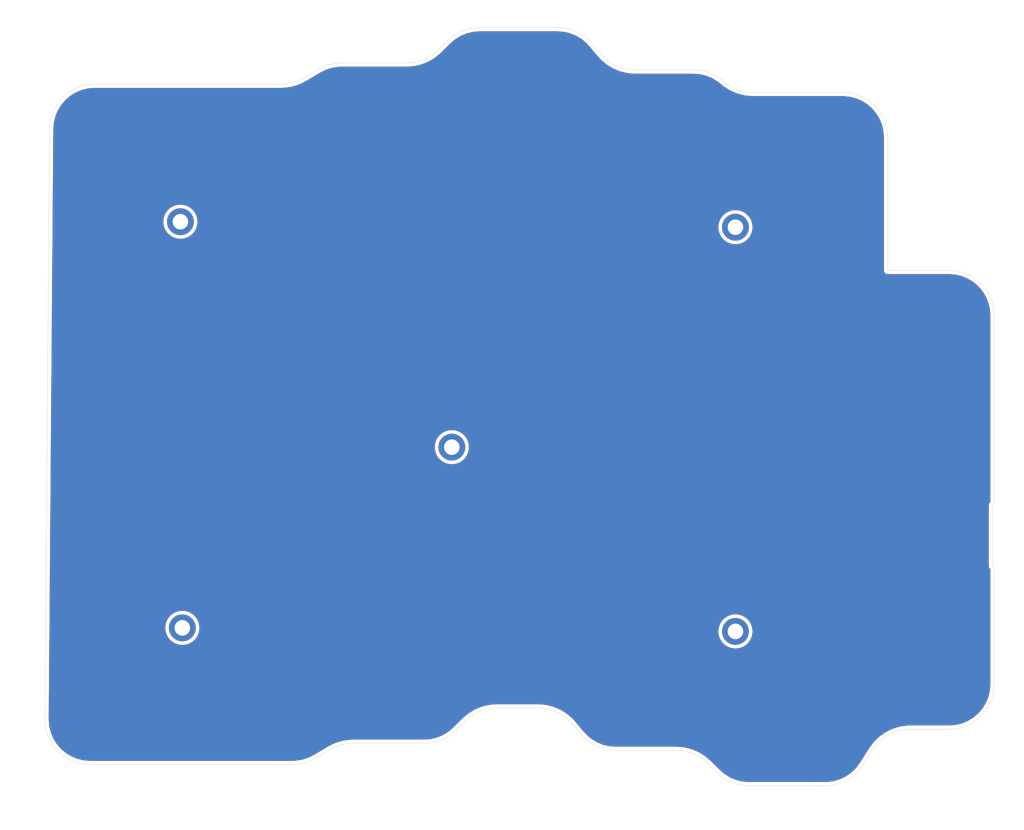
<source format=kicad_pcb>
(kicad_pcb (version 20171130) (host pcbnew "(5.1.4)-1")

  (general
    (thickness 1.6)
    (drawings 50)
    (tracks 0)
    (zones 0)
    (modules 5)
    (nets 1)
  )

  (page A4)
  (layers
    (0 F.Cu signal)
    (31 B.Cu signal)
    (32 B.Adhes user)
    (33 F.Adhes user)
    (34 B.Paste user)
    (35 F.Paste user)
    (36 B.SilkS user)
    (37 F.SilkS user)
    (38 B.Mask user)
    (39 F.Mask user)
    (40 Dwgs.User user)
    (41 Cmts.User user)
    (42 Eco1.User user)
    (43 Eco2.User user)
    (44 Edge.Cuts user)
    (45 Margin user)
    (46 B.CrtYd user)
    (47 F.CrtYd user)
    (48 B.Fab user)
    (49 F.Fab user)
  )

  (setup
    (last_trace_width 0.25)
    (trace_clearance 0.2)
    (zone_clearance 0.508)
    (zone_45_only no)
    (trace_min 0.2)
    (via_size 0.8)
    (via_drill 0.4)
    (via_min_size 0.4)
    (via_min_drill 0.3)
    (uvia_size 0.3)
    (uvia_drill 0.1)
    (uvias_allowed no)
    (uvia_min_size 0.2)
    (uvia_min_drill 0.1)
    (edge_width 0.05)
    (segment_width 0.2)
    (pcb_text_width 0.3)
    (pcb_text_size 1.5 1.5)
    (mod_edge_width 0.12)
    (mod_text_size 1 1)
    (mod_text_width 0.15)
    (pad_size 1.524 1.524)
    (pad_drill 0.762)
    (pad_to_mask_clearance 0.051)
    (solder_mask_min_width 0.25)
    (aux_axis_origin 0 0)
    (visible_elements 7FFFFFFF)
    (pcbplotparams
      (layerselection 0x010fc_ffffffff)
      (usegerberextensions false)
      (usegerberattributes false)
      (usegerberadvancedattributes false)
      (creategerberjobfile false)
      (excludeedgelayer true)
      (linewidth 0.100000)
      (plotframeref false)
      (viasonmask false)
      (mode 1)
      (useauxorigin false)
      (hpglpennumber 1)
      (hpglpenspeed 20)
      (hpglpendiameter 15.000000)
      (psnegative false)
      (psa4output false)
      (plotreference true)
      (plotvalue true)
      (plotinvisibletext false)
      (padsonsilk false)
      (subtractmaskfromsilk false)
      (outputformat 1)
      (mirror false)
      (drillshape 0)
      (scaleselection 1)
      (outputdirectory "gerber/"))
  )

  (net 0 "")

  (net_class Default "This is the default net class."
    (clearance 0.2)
    (trace_width 0.25)
    (via_dia 0.8)
    (via_drill 0.4)
    (uvia_dia 0.3)
    (uvia_drill 0.1)
  )

  (module MountingHole:MountingHole_2.2mm_M2_DIN965_Pad (layer F.Cu) (tedit 56D1B4CB) (tstamp 61521C54)
    (at 87.725 10.025)
    (descr "Mounting Hole 2.2mm, M2, DIN965")
    (tags "mounting hole 2.2mm m2 din965")
    (attr virtual)
    (fp_text reference REF** (at 0 -2.9) (layer F.SilkS) hide
      (effects (font (size 1 1) (thickness 0.15)))
    )
    (fp_text value MountingHole_2.2mm_M2_DIN965_Pad (at 0 2.9) (layer F.Fab)
      (effects (font (size 1 1) (thickness 0.15)))
    )
    (fp_text user %R (at 0.3 0) (layer F.Fab)
      (effects (font (size 1 1) (thickness 0.15)))
    )
    (fp_circle (center 0 0) (end 1.9 0) (layer Cmts.User) (width 0.15))
    (fp_circle (center 0 0) (end 2.15 0) (layer F.CrtYd) (width 0.05))
    (pad 1 thru_hole circle (at 0 0) (size 3.8 3.8) (drill 2.2) (layers *.Cu *.Mask))
  )

  (module MountingHole:MountingHole_2.2mm_M2_DIN965_Pad (layer F.Cu) (tedit 56D1B4CB) (tstamp 61521CD3)
    (at 87.725 67.175)
    (descr "Mounting Hole 2.2mm, M2, DIN965")
    (tags "mounting hole 2.2mm m2 din965")
    (attr virtual)
    (fp_text reference REF** (at 0 -2.9) (layer F.SilkS) hide
      (effects (font (size 1 1) (thickness 0.15)))
    )
    (fp_text value MountingHole_2.2mm_M2_DIN965_Pad (at 0 2.9) (layer F.Fab)
      (effects (font (size 1 1) (thickness 0.15)))
    )
    (fp_text user %R (at 0.3 0) (layer F.Fab)
      (effects (font (size 1 1) (thickness 0.15)))
    )
    (fp_circle (center 0 0) (end 1.9 0) (layer Cmts.User) (width 0.15))
    (fp_circle (center 0 0) (end 2.15 0) (layer F.CrtYd) (width 0.05))
    (pad 1 thru_hole circle (at 0 0) (size 3.8 3.8) (drill 2.2) (layers *.Cu *.Mask))
  )

  (module MountingHole:MountingHole_2.2mm_M2_DIN965_Pad (layer F.Cu) (tedit 56D1B4CB) (tstamp 61521C54)
    (at 9.525 66.675)
    (descr "Mounting Hole 2.2mm, M2, DIN965")
    (tags "mounting hole 2.2mm m2 din965")
    (attr virtual)
    (fp_text reference REF** (at 0 -2.9) (layer F.SilkS) hide
      (effects (font (size 1 1) (thickness 0.15)))
    )
    (fp_text value MountingHole_2.2mm_M2_DIN965_Pad (at 0 2.9) (layer F.Fab)
      (effects (font (size 1 1) (thickness 0.15)))
    )
    (fp_text user %R (at 0.3 0) (layer F.Fab)
      (effects (font (size 1 1) (thickness 0.15)))
    )
    (fp_circle (center 0 0) (end 1.9 0) (layer Cmts.User) (width 0.15))
    (fp_circle (center 0 0) (end 2.15 0) (layer F.CrtYd) (width 0.05))
    (pad 1 thru_hole circle (at 0 0) (size 3.8 3.8) (drill 2.2) (layers *.Cu *.Mask))
  )

  (module MountingHole:MountingHole_2.2mm_M2_DIN965_Pad (layer F.Cu) (tedit 56D1B4CB) (tstamp 61521C54)
    (at 47.625 41.125)
    (descr "Mounting Hole 2.2mm, M2, DIN965")
    (tags "mounting hole 2.2mm m2 din965")
    (attr virtual)
    (fp_text reference REF** (at 0 -2.9) (layer F.SilkS) hide
      (effects (font (size 1 1) (thickness 0.15)))
    )
    (fp_text value MountingHole_2.2mm_M2_DIN965_Pad (at 0 2.9) (layer F.Fab)
      (effects (font (size 1 1) (thickness 0.15)))
    )
    (fp_text user %R (at 0.3 0) (layer F.Fab) hide
      (effects (font (size 1 1) (thickness 0.15)))
    )
    (fp_circle (center 0 0) (end 1.9 0) (layer Cmts.User) (width 0.15))
    (fp_circle (center 0 0) (end 2.15 0) (layer F.CrtYd) (width 0.05))
    (pad 1 thru_hole circle (at 0 0) (size 3.8 3.8) (drill 2.2) (layers *.Cu *.Mask))
  )

  (module MountingHole:MountingHole_2.2mm_M2_DIN965_Pad (layer F.Cu) (tedit 56D1B4CB) (tstamp 61521C43)
    (at 9.25 9.25)
    (descr "Mounting Hole 2.2mm, M2, DIN965")
    (tags "mounting hole 2.2mm m2 din965")
    (attr virtual)
    (fp_text reference REF** (at 0 -2.9) (layer F.SilkS) hide
      (effects (font (size 1 1) (thickness 0.15)))
    )
    (fp_text value MountingHole_2.2mm_M2_DIN965_Pad (at 0 2.9) (layer F.Fab)
      (effects (font (size 1 1) (thickness 0.15)))
    )
    (fp_circle (center 0 0) (end 2.15 0) (layer F.CrtYd) (width 0.05))
    (fp_circle (center 0 0) (end 1.9 0) (layer Cmts.User) (width 0.15))
    (fp_text user %R (at 0.3 0) (layer F.Fab)
      (effects (font (size 1 1) (thickness 0.15)))
    )
    (pad 1 thru_hole circle (at 0 0) (size 3.8 3.8) (drill 2.2) (layers *.Cu *.Mask))
  )

  (gr_line (start 23.482231 -10.2) (end -2.895436 -10.2) (layer Edge.Cuts) (width 0.05))
  (gr_arc (start 23.482231 -16.549999) (end 23.482231 -10.2) (angle -30.71282772) (layer Edge.Cuts) (width 0.05))
  (gr_line (start 28.776832 -12.309335) (end 26.725401 -11.090664) (layer Edge.Cuts) (width 0.05))
  (gr_arc (start 32.020002 -6.85) (end 32.020002 -13.2) (angle -30.71282772) (layer Edge.Cuts) (width 0.05))
  (gr_line (start 41.254324 -13.2) (end 32.020002 -13.2) (layer Edge.Cuts) (width 0.05))
  (gr_arc (start 41.254324 -19.549999) (end 41.254324 -13.2) (angle -44.71494872) (layer Edge.Cuts) (width 0.05))
  (gr_line (start 47.060128 -16.362411) (end 45.722058 -15.037588) (layer Edge.Cuts) (width 0.05))
  (gr_arc (start 51.527862 -11.849999) (end 51.527862 -18.2) (angle -44.71494872) (layer Edge.Cuts) (width 0.05))
  (gr_line (start 62.590936 -18.2) (end 51.527862 -18.2) (layer Edge.Cuts) (width 0.05))
  (gr_arc (start 62.590936 -11.849999) (end 67.449172 -15.939015) (angle -49.91379876) (layer Edge.Cuts) (width 0.05))
  (gr_line (start 68.69318 -14.460984) (end 67.449172 -15.939015) (layer Edge.Cuts) (width 0.05))
  (gr_arc (start 73.551416 -18.55) (end 68.69318 -14.460984) (angle -49.91379876) (layer Edge.Cuts) (width 0.05))
  (gr_line (start 81.822137 -12.2) (end 73.551416 -12.2) (layer Edge.Cuts) (width 0.05))
  (gr_arc (start 81.822137 -5.849999) (end 86.015119 -10.618794) (angle -41.32368412) (layer Edge.Cuts) (width 0.05))
  (gr_arc (start 90.208101 -15.387588) (end 86.015119 -10.618794) (angle -41.32368412) (layer Edge.Cuts) (width 0.05))
  (gr_line (start 102.9 -9.037588) (end 90.208101 -9.037588) (layer Edge.Cuts) (width 0.05))
  (gr_arc (start 102.9 -2.687588) (end 109.25 -2.687588) (angle -90) (layer Edge.Cuts) (width 0.05))
  (gr_line (start 109.25 16.131214) (end 109.25 -2.687588) (layer Edge.Cuts) (width 0.05))
  (gr_line (start 117.95 16.131214) (end 109.25 16.131214) (layer Edge.Cuts) (width 0.05))
  (gr_arc (start 117.95 22.481214) (end 124.3 22.481214) (angle -90) (layer Edge.Cuts) (width 0.05))
  (gr_line (start 124.3 49.232858) (end 124.3 22.481214) (layer Edge.Cuts) (width 0.05))
  (gr_arc (start 120.95 43.838417) (end 124.066603 49.370983) (angle -2.447262558) (layer Edge.Cuts) (width 0.05))
  (gr_line (start 124.066603 57.922503) (end 124.066603 49.370983) (layer Edge.Cuts) (width 0.05))
  (gr_arc (start 120.95 63.455069) (end 124.3 58.060627) (angle -2.447262558) (layer Edge.Cuts) (width 0.05))
  (gr_line (start 124.3 74.65) (end 124.3 58.060627) (layer Edge.Cuts) (width 0.05))
  (gr_arc (start 117.95 74.65) (end 117.95 81) (angle -90) (layer Edge.Cuts) (width 0.05))
  (gr_line (start 112.45486 81) (end 117.95 81) (layer Edge.Cuts) (width 0.05))
  (gr_arc (start 112.45486 87.35) (end 112.45486 81) (angle -57.7378307) (layer Edge.Cuts) (width 0.05))
  (gr_line (start 105.772723 86.039592) (end 107.085208 83.960407) (layer Edge.Cuts) (width 0.05))
  (gr_arc (start 100.403071 82.649999) (end 100.403071 89) (angle -57.7378307) (layer Edge.Cuts) (width 0.05))
  (gr_line (start 89.627862 89) (end 100.403071 89) (layer Edge.Cuts) (width 0.05))
  (gr_arc (start 89.627862 82.65) (end 85.160128 87.162411) (angle -44.71494872) (layer Edge.Cuts) (width 0.05))
  (gr_line (start 83.822058 85.837588) (end 85.160128 87.162411) (layer Edge.Cuts) (width 0.05))
  (gr_arc (start 79.354324 90.35) (end 83.822058 85.837588) (angle -44.71494872) (layer Edge.Cuts) (width 0.05))
  (gr_line (start 70.759063 84) (end 79.354324 84) (layer Edge.Cuts) (width 0.05))
  (gr_arc (start 70.759063 77.65) (end 65.900827 81.739015) (angle -49.91379876) (layer Edge.Cuts) (width 0.05))
  (gr_line (start 64.656819 80.260984) (end 65.900827 81.739015) (layer Edge.Cuts) (width 0.05))
  (gr_arc (start 59.798583 84.35) (end 64.656819 80.260984) (angle -49.91379876) (layer Edge.Cuts) (width 0.05))
  (gr_line (start 53.995675 78) (end 59.798583 78) (layer Edge.Cuts) (width 0.05))
  (gr_arc (start 53.995675 84.35) (end 53.995675 78) (angle -44.71494872) (layer Edge.Cuts) (width 0.05))
  (gr_line (start 48.189871 81.162411) (end 49.527941 79.837588) (layer Edge.Cuts) (width 0.05))
  (gr_arc (start 43.722137 76.649999) (end 43.722137 83) (angle -44.71494872) (layer Edge.Cuts) (width 0.05))
  (gr_line (start 33.667768 83) (end 43.722137 83) (layer Edge.Cuts) (width 0.05))
  (gr_arc (start 33.667768 89.35) (end 33.667768 83) (angle -30.71282772) (layer Edge.Cuts) (width 0.05))
  (gr_line (start 28.373167 85.109335) (end 30.424598 83.890664) (layer Edge.Cuts) (width 0.05))
  (gr_arc (start 25.129997 79.649999) (end 25.129997 86) (angle -30.71282772) (layer Edge.Cuts) (width 0.05))
  (gr_line (start -3.545296 86) (end 25.129997 86) (layer Edge.Cuts) (width 0.05))
  (gr_arc (start -3.545296 79.65) (end -9.895104 79.600581) (angle -90.44590992) (layer Edge.Cuts) (width 0.05))
  (gr_line (start -9.245244 -3.899418) (end -9.895104 79.600581) (layer Edge.Cuts) (width 0.05))
  (gr_arc (start -2.895436 -3.85) (end -2.895436 -10.2) (angle -89.55409008) (layer Edge.Cuts) (width 0.05))

  (zone (net 0) (net_name "") (layer F.Cu) (tstamp 0) (hatch edge 0.508)
    (connect_pads (clearance 0.508))
    (min_thickness 0.254)
    (fill yes (arc_segments 32) (thermal_gap 0.508) (thermal_bridge_width 0.508))
    (polygon
      (pts
        (xy -15.494 -22.098) (xy 128.524 -22.098) (xy 128.524 94.996) (xy -16.256 94.996)
      )
    )
    (filled_polygon
      (pts
        (xy 63.480726 -17.467932) (xy 64.348608 -17.259572) (xy 65.173218 -16.918008) (xy 65.934231 -16.451658) (xy 66.621924 -15.864313)
        (xy 66.953349 -15.503172) (xy 68.209105 -14.011181) (xy 68.219251 -14.001284) (xy 68.575021 -13.613615) (xy 68.604332 -13.586323)
        (xy 68.632652 -13.558003) (xy 69.390344 -12.910873) (xy 69.474132 -12.849998) (xy 69.474136 -12.849996) (xy 70.323728 -12.329365)
        (xy 70.416006 -12.282346) (xy 71.336589 -11.901029) (xy 71.403082 -11.879425) (xy 71.435085 -11.869026) (xy 72.403984 -11.636414)
        (xy 72.506275 -11.620213) (xy 73.493219 -11.542539) (xy 73.518997 -11.54) (xy 81.796197 -11.54) (xy 82.711927 -11.467931)
        (xy 83.579809 -11.259571) (xy 84.404414 -10.918009) (xy 85.174506 -10.446097) (xy 85.602802 -10.103435) (xy 86.063348 -9.734971)
        (xy 86.097448 -9.71183) (xy 86.130816 -9.687587) (xy 86.980412 -9.166954) (xy 87.072691 -9.119936) (xy 87.072698 -9.119934)
        (xy 87.993272 -8.738619) (xy 88.091769 -8.706615) (xy 89.060668 -8.474003) (xy 89.162959 -8.457802) (xy 90.149858 -8.380131)
        (xy 90.175682 -8.377588) (xy 102.874074 -8.377588) (xy 103.789791 -8.30552) (xy 104.657678 -8.097158) (xy 105.482275 -7.755599)
        (xy 106.243299 -7.289243) (xy 106.921994 -6.709582) (xy 107.501655 -6.030887) (xy 107.968009 -5.269868) (xy 108.30957 -4.445266)
        (xy 108.517931 -3.577381) (xy 108.590001 -2.661649) (xy 108.59 16.098795) (xy 108.586807 16.131214) (xy 108.59955 16.260597)
        (xy 108.63729 16.385007) (xy 108.698575 16.499664) (xy 108.747968 16.559849) (xy 108.781052 16.600162) (xy 108.88155 16.682639)
        (xy 108.996207 16.743924) (xy 109.120617 16.781664) (xy 109.25 16.794407) (xy 109.282419 16.791214) (xy 117.924074 16.791214)
        (xy 118.839791 16.863282) (xy 119.707678 17.071644) (xy 120.532275 17.413203) (xy 121.293299 17.879559) (xy 121.971994 18.45922)
        (xy 122.551655 19.137915) (xy 123.018009 19.898934) (xy 123.35957 20.723536) (xy 123.567931 21.591421) (xy 123.640001 22.507153)
        (xy 123.64 48.867284) (xy 123.597656 48.902035) (xy 123.515179 49.002533) (xy 123.453894 49.11719) (xy 123.416154 49.2416)
        (xy 123.406604 49.338564) (xy 123.406603 57.954921) (xy 123.416153 58.051885) (xy 123.453893 58.176295) (xy 123.515178 58.290952)
        (xy 123.597655 58.391451) (xy 123.640001 58.426204) (xy 123.64 74.624074) (xy 123.567931 75.539793) (xy 123.35957 76.407678)
        (xy 123.018009 77.23228) (xy 122.551655 77.993299) (xy 121.971994 78.671994) (xy 121.293299 79.251655) (xy 120.532275 79.718011)
        (xy 119.707678 80.05957) (xy 118.839791 80.267932) (xy 117.924074 80.34) (xy 112.422441 80.34) (xy 112.411714 80.341057)
        (xy 112.019371 80.353859) (xy 111.98292 80.357928) (xy 111.94633 80.360318) (xy 110.960181 80.503088) (xy 110.859164 80.525923)
        (xy 109.907489 80.821204) (xy 109.838157 80.848848) (xy 109.811288 80.859561) (xy 108.917523 81.300082) (xy 108.869658 81.328545)
        (xy 108.828507 81.353015) (xy 108.014667 81.927922) (xy 108.014658 81.927927) (xy 107.935018 81.994135) (xy 107.221125 82.689283)
        (xy 107.152822 82.767134) (xy 106.560335 83.560219) (xy 106.544407 83.580689) (xy 105.228457 85.665365) (xy 104.678712 86.401236)
        (xy 104.039245 87.023914) (xy 103.310249 87.538886) (xy 102.509666 87.933478) (xy 101.657209 88.197974) (xy 100.758812 88.328041)
        (xy 100.392303 88.34) (xy 89.653788 88.34) (xy 88.738069 88.267931) (xy 87.870184 88.05957) (xy 87.045582 87.718009)
        (xy 86.283856 87.251221) (xy 85.606642 86.675733) (xy 84.263383 85.345773) (xy 84.243907 85.329951) (xy 83.514147 84.709809)
        (xy 83.472976 84.680053) (xy 83.43161 84.649999) (xy 82.582013 84.129365) (xy 82.489734 84.082347) (xy 82.489727 84.082345)
        (xy 81.569153 83.70103) (xy 81.470656 83.669026) (xy 81.470653 83.669026) (xy 80.501757 83.436414) (xy 80.399466 83.420213)
        (xy 79.412517 83.342538) (xy 79.386743 83.34) (xy 70.784989 83.34) (xy 69.86927 83.267931) (xy 69.001385 83.05957)
        (xy 68.176783 82.718009) (xy 67.415764 82.251655) (xy 66.728072 81.66431) (xy 66.39666 81.303183) (xy 65.140893 79.811182)
        (xy 65.130756 79.801293) (xy 64.774978 79.413615) (xy 64.745672 79.386329) (xy 64.717347 79.358003) (xy 63.959655 78.710873)
        (xy 63.875868 78.649999) (xy 63.026271 78.129365) (xy 62.933993 78.082347) (xy 62.013411 77.701029) (xy 61.914913 77.669026)
        (xy 60.946015 77.436414) (xy 60.843724 77.420213) (xy 59.85678 77.342539) (xy 59.831002 77.34) (xy 53.963256 77.34)
        (xy 53.938262 77.342462) (xy 52.983385 77.415223) (xy 52.933223 77.42304) (xy 52.882651 77.430792) (xy 51.912608 77.658581)
        (xy 51.881095 77.668647) (xy 51.813953 77.690094) (xy 50.891485 78.066826) (xy 50.798974 78.113385) (xy 49.946797 78.629786)
        (xy 49.911627 78.655073) (xy 49.862709 78.690243) (xy 49.106784 79.329388) (xy 49.086615 79.345773) (xy 47.74394 80.675156)
        (xy 47.042506 81.268229) (xy 46.279171 81.730794) (xy 45.452882 82.068248) (xy 44.583163 82.272478) (xy 43.697031 82.34)
        (xy 33.635349 82.34) (xy 33.624698 82.341049) (xy 33.235188 82.353674) (xy 33.1988 82.357728) (xy 33.162288 82.360097)
        (xy 32.176077 82.502437) (xy 32.075049 82.525228) (xy 31.123246 82.820094) (xy 31.036317 82.85471) (xy 31.027028 82.858409)
        (xy 30.138858 83.29569) (xy 30.115385 83.30668) (xy 28.058373 84.528666) (xy 27.234288 84.934396) (xy 26.381713 85.198521)
        (xy 25.483192 85.328205) (xy 25.119291 85.34) (xy -3.51937 85.34) (xy -4.435089 85.267931) (xy -5.302974 85.05957)
        (xy -6.127576 84.718009) (xy -6.888595 84.251655) (xy -7.56729 83.671994) (xy -8.146951 82.993299) (xy -8.613307 82.232275)
        (xy -8.954866 81.407678) (xy -9.163228 80.539791) (xy -9.235195 79.625354) (xy -9.235113 79.604252) (xy -9.132545 66.425324)
        (xy 6.99 66.425324) (xy 6.99 66.924676) (xy 7.087418 67.414432) (xy 7.278512 67.875773) (xy 7.555937 68.290968)
        (xy 7.909032 68.644063) (xy 8.324227 68.921488) (xy 8.785568 69.112582) (xy 9.275324 69.21) (xy 9.774676 69.21)
        (xy 10.264432 69.112582) (xy 10.725773 68.921488) (xy 11.140968 68.644063) (xy 11.494063 68.290968) (xy 11.771488 67.875773)
        (xy 11.962582 67.414432) (xy 12.059871 66.925324) (xy 85.19 66.925324) (xy 85.19 67.424676) (xy 85.287418 67.914432)
        (xy 85.478512 68.375773) (xy 85.755937 68.790968) (xy 86.109032 69.144063) (xy 86.524227 69.421488) (xy 86.985568 69.612582)
        (xy 87.475324 69.71) (xy 87.974676 69.71) (xy 88.464432 69.612582) (xy 88.925773 69.421488) (xy 89.340968 69.144063)
        (xy 89.694063 68.790968) (xy 89.971488 68.375773) (xy 90.162582 67.914432) (xy 90.26 67.424676) (xy 90.26 66.925324)
        (xy 90.162582 66.435568) (xy 89.971488 65.974227) (xy 89.694063 65.559032) (xy 89.340968 65.205937) (xy 88.925773 64.928512)
        (xy 88.464432 64.737418) (xy 87.974676 64.64) (xy 87.475324 64.64) (xy 86.985568 64.737418) (xy 86.524227 64.928512)
        (xy 86.109032 65.205937) (xy 85.755937 65.559032) (xy 85.478512 65.974227) (xy 85.287418 66.435568) (xy 85.19 66.925324)
        (xy 12.059871 66.925324) (xy 12.06 66.924676) (xy 12.06 66.425324) (xy 11.962582 65.935568) (xy 11.771488 65.474227)
        (xy 11.494063 65.059032) (xy 11.140968 64.705937) (xy 10.725773 64.428512) (xy 10.264432 64.237418) (xy 9.774676 64.14)
        (xy 9.275324 64.14) (xy 8.785568 64.237418) (xy 8.324227 64.428512) (xy 7.909032 64.705937) (xy 7.555937 65.059032)
        (xy 7.278512 65.474227) (xy 7.087418 65.935568) (xy 6.99 66.425324) (xy -9.132545 66.425324) (xy -8.933696 40.875324)
        (xy 45.09 40.875324) (xy 45.09 41.374676) (xy 45.187418 41.864432) (xy 45.378512 42.325773) (xy 45.655937 42.740968)
        (xy 46.009032 43.094063) (xy 46.424227 43.371488) (xy 46.885568 43.562582) (xy 47.375324 43.66) (xy 47.874676 43.66)
        (xy 48.364432 43.562582) (xy 48.825773 43.371488) (xy 49.240968 43.094063) (xy 49.594063 42.740968) (xy 49.871488 42.325773)
        (xy 50.062582 41.864432) (xy 50.16 41.374676) (xy 50.16 40.875324) (xy 50.062582 40.385568) (xy 49.871488 39.924227)
        (xy 49.594063 39.509032) (xy 49.240968 39.155937) (xy 48.825773 38.878512) (xy 48.364432 38.687418) (xy 47.874676 38.59)
        (xy 47.375324 38.59) (xy 46.885568 38.687418) (xy 46.424227 38.878512) (xy 46.009032 39.155937) (xy 45.655937 39.509032)
        (xy 45.378512 39.924227) (xy 45.187418 40.385568) (xy 45.09 40.875324) (xy -8.933696 40.875324) (xy -8.68562 9.000324)
        (xy 6.715 9.000324) (xy 6.715 9.499676) (xy 6.812418 9.989432) (xy 7.003512 10.450773) (xy 7.280937 10.865968)
        (xy 7.634032 11.219063) (xy 8.049227 11.496488) (xy 8.510568 11.687582) (xy 9.000324 11.785) (xy 9.499676 11.785)
        (xy 9.989432 11.687582) (xy 10.450773 11.496488) (xy 10.865968 11.219063) (xy 11.219063 10.865968) (xy 11.496488 10.450773)
        (xy 11.687582 9.989432) (xy 11.73017 9.775324) (xy 85.19 9.775324) (xy 85.19 10.274676) (xy 85.287418 10.764432)
        (xy 85.478512 11.225773) (xy 85.755937 11.640968) (xy 86.109032 11.994063) (xy 86.524227 12.271488) (xy 86.985568 12.462582)
        (xy 87.475324 12.56) (xy 87.974676 12.56) (xy 88.464432 12.462582) (xy 88.925773 12.271488) (xy 89.340968 11.994063)
        (xy 89.694063 11.640968) (xy 89.971488 11.225773) (xy 90.162582 10.764432) (xy 90.26 10.274676) (xy 90.26 9.775324)
        (xy 90.162582 9.285568) (xy 89.971488 8.824227) (xy 89.694063 8.409032) (xy 89.340968 8.055937) (xy 88.925773 7.778512)
        (xy 88.464432 7.587418) (xy 87.974676 7.49) (xy 87.475324 7.49) (xy 86.985568 7.587418) (xy 86.524227 7.778512)
        (xy 86.109032 8.055937) (xy 85.755937 8.409032) (xy 85.478512 8.824227) (xy 85.287418 9.285568) (xy 85.19 9.775324)
        (xy 11.73017 9.775324) (xy 11.785 9.499676) (xy 11.785 9.000324) (xy 11.687582 8.510568) (xy 11.496488 8.049227)
        (xy 11.219063 7.634032) (xy 10.865968 7.280937) (xy 10.450773 7.003512) (xy 9.989432 6.812418) (xy 9.499676 6.715)
        (xy 9.000324 6.715) (xy 8.510568 6.812418) (xy 8.049227 7.003512) (xy 7.634032 7.280937) (xy 7.280937 7.634032)
        (xy 7.003512 8.049227) (xy 6.812418 8.510568) (xy 6.715 9.000324) (xy -8.68562 9.000324) (xy -8.585466 -3.868354)
        (xy -8.506273 -4.783484) (xy -8.291163 -5.649726) (xy -7.943197 -6.47164) (xy -7.470932 -7.229012) (xy -6.886011 -7.903172)
        (xy -6.202818 -8.477538) (xy -5.438199 -8.93795) (xy -4.610957 -9.273087) (xy -3.740222 -9.474978) (xy -2.87079 -9.54)
        (xy 23.51465 -9.54) (xy 23.525301 -9.541049) (xy 23.914811 -9.553674) (xy 23.951198 -9.557728) (xy 23.987712 -9.560097)
        (xy 24.973922 -9.702438) (xy 25.07495 -9.725229) (xy 25.074954 -9.72523) (xy 26.026751 -10.020094) (xy 26.122969 -10.058409)
        (xy 27.011121 -10.495681) (xy 27.034614 -10.50668) (xy 29.091641 -11.728674) (xy 29.915711 -12.134396) (xy 30.768286 -12.398521)
        (xy 31.666806 -12.528205) (xy 32.030708 -12.54) (xy 41.286743 -12.54) (xy 41.311741 -12.542462) (xy 42.266614 -12.615223)
        (xy 42.316776 -12.62304) (xy 42.367347 -12.630792) (xy 43.337391 -12.858581) (xy 43.412162 -12.882466) (xy 43.436047 -12.890095)
        (xy 44.358513 -13.266828) (xy 44.451024 -13.313386) (xy 45.3032 -13.829786) (xy 45.387289 -13.890243) (xy 45.387295 -13.890249)
        (xy 46.143244 -14.529412) (xy 46.163383 -14.545773) (xy 47.506071 -15.875167) (xy 48.207499 -16.468233) (xy 48.970828 -16.930794)
        (xy 49.797115 -17.268247) (xy 50.666836 -17.472478) (xy 51.552968 -17.54) (xy 62.565009 -17.54)
      )
    )
  )
  (zone (net 0) (net_name "") (layer B.Cu) (tstamp 0) (hatch edge 0.508)
    (connect_pads (clearance 0.508))
    (min_thickness 0.254)
    (fill yes (arc_segments 32) (thermal_gap 0.508) (thermal_bridge_width 0.508))
    (polygon
      (pts
        (xy -15.494 -21.844) (xy 128.016 -21.844) (xy 128.016 95.25) (xy -16.002 95.25)
      )
    )
    (filled_polygon
      (pts
        (xy 63.480726 -17.467932) (xy 64.348608 -17.259572) (xy 65.173218 -16.918008) (xy 65.934231 -16.451658) (xy 66.621924 -15.864313)
        (xy 66.953349 -15.503172) (xy 68.209105 -14.011181) (xy 68.219251 -14.001284) (xy 68.575021 -13.613615) (xy 68.604332 -13.586323)
        (xy 68.632652 -13.558003) (xy 69.390344 -12.910873) (xy 69.474132 -12.849998) (xy 69.474136 -12.849996) (xy 70.323728 -12.329365)
        (xy 70.416006 -12.282346) (xy 71.336589 -11.901029) (xy 71.403082 -11.879425) (xy 71.435085 -11.869026) (xy 72.403984 -11.636414)
        (xy 72.506275 -11.620213) (xy 73.493219 -11.542539) (xy 73.518997 -11.54) (xy 81.796197 -11.54) (xy 82.711927 -11.467931)
        (xy 83.579809 -11.259571) (xy 84.404414 -10.918009) (xy 85.174506 -10.446097) (xy 85.602802 -10.103435) (xy 86.063348 -9.734971)
        (xy 86.097448 -9.71183) (xy 86.130816 -9.687587) (xy 86.980412 -9.166954) (xy 87.072691 -9.119936) (xy 87.072698 -9.119934)
        (xy 87.993272 -8.738619) (xy 88.091769 -8.706615) (xy 89.060668 -8.474003) (xy 89.162959 -8.457802) (xy 90.149858 -8.380131)
        (xy 90.175682 -8.377588) (xy 102.874074 -8.377588) (xy 103.789791 -8.30552) (xy 104.657678 -8.097158) (xy 105.482275 -7.755599)
        (xy 106.243299 -7.289243) (xy 106.921994 -6.709582) (xy 107.501655 -6.030887) (xy 107.968009 -5.269868) (xy 108.30957 -4.445266)
        (xy 108.517931 -3.577381) (xy 108.590001 -2.661649) (xy 108.59 16.098795) (xy 108.586807 16.131214) (xy 108.59955 16.260597)
        (xy 108.63729 16.385007) (xy 108.698575 16.499664) (xy 108.747968 16.559849) (xy 108.781052 16.600162) (xy 108.88155 16.682639)
        (xy 108.996207 16.743924) (xy 109.120617 16.781664) (xy 109.25 16.794407) (xy 109.282419 16.791214) (xy 117.924074 16.791214)
        (xy 118.839791 16.863282) (xy 119.707678 17.071644) (xy 120.532275 17.413203) (xy 121.293299 17.879559) (xy 121.971994 18.45922)
        (xy 122.551655 19.137915) (xy 123.018009 19.898934) (xy 123.35957 20.723536) (xy 123.567931 21.591421) (xy 123.640001 22.507153)
        (xy 123.64 48.867284) (xy 123.597656 48.902035) (xy 123.515179 49.002533) (xy 123.453894 49.11719) (xy 123.416154 49.2416)
        (xy 123.406604 49.338564) (xy 123.406603 57.954921) (xy 123.416153 58.051885) (xy 123.453893 58.176295) (xy 123.515178 58.290952)
        (xy 123.597655 58.391451) (xy 123.640001 58.426204) (xy 123.64 74.624074) (xy 123.567931 75.539793) (xy 123.35957 76.407678)
        (xy 123.018009 77.23228) (xy 122.551655 77.993299) (xy 121.971994 78.671994) (xy 121.293299 79.251655) (xy 120.532275 79.718011)
        (xy 119.707678 80.05957) (xy 118.839791 80.267932) (xy 117.924074 80.34) (xy 112.422441 80.34) (xy 112.411714 80.341057)
        (xy 112.019371 80.353859) (xy 111.98292 80.357928) (xy 111.94633 80.360318) (xy 110.960181 80.503088) (xy 110.859164 80.525923)
        (xy 109.907489 80.821204) (xy 109.838157 80.848848) (xy 109.811288 80.859561) (xy 108.917523 81.300082) (xy 108.869658 81.328545)
        (xy 108.828507 81.353015) (xy 108.014667 81.927922) (xy 108.014658 81.927927) (xy 107.935018 81.994135) (xy 107.221125 82.689283)
        (xy 107.152822 82.767134) (xy 106.560335 83.560219) (xy 106.544407 83.580689) (xy 105.228457 85.665365) (xy 104.678712 86.401236)
        (xy 104.039245 87.023914) (xy 103.310249 87.538886) (xy 102.509666 87.933478) (xy 101.657209 88.197974) (xy 100.758812 88.328041)
        (xy 100.392303 88.34) (xy 89.653788 88.34) (xy 88.738069 88.267931) (xy 87.870184 88.05957) (xy 87.045582 87.718009)
        (xy 86.283856 87.251221) (xy 85.606642 86.675733) (xy 84.263383 85.345773) (xy 84.243907 85.329951) (xy 83.514147 84.709809)
        (xy 83.472976 84.680053) (xy 83.43161 84.649999) (xy 82.582013 84.129365) (xy 82.489734 84.082347) (xy 82.489727 84.082345)
        (xy 81.569153 83.70103) (xy 81.470656 83.669026) (xy 81.470653 83.669026) (xy 80.501757 83.436414) (xy 80.399466 83.420213)
        (xy 79.412517 83.342538) (xy 79.386743 83.34) (xy 70.784989 83.34) (xy 69.86927 83.267931) (xy 69.001385 83.05957)
        (xy 68.176783 82.718009) (xy 67.415764 82.251655) (xy 66.728072 81.66431) (xy 66.39666 81.303183) (xy 65.140893 79.811182)
        (xy 65.130756 79.801293) (xy 64.774978 79.413615) (xy 64.745672 79.386329) (xy 64.717347 79.358003) (xy 63.959655 78.710873)
        (xy 63.875868 78.649999) (xy 63.026271 78.129365) (xy 62.933993 78.082347) (xy 62.013411 77.701029) (xy 61.914913 77.669026)
        (xy 60.946015 77.436414) (xy 60.843724 77.420213) (xy 59.85678 77.342539) (xy 59.831002 77.34) (xy 53.963256 77.34)
        (xy 53.938262 77.342462) (xy 52.983385 77.415223) (xy 52.933223 77.42304) (xy 52.882651 77.430792) (xy 51.912608 77.658581)
        (xy 51.881095 77.668647) (xy 51.813953 77.690094) (xy 50.891485 78.066826) (xy 50.798974 78.113385) (xy 49.946797 78.629786)
        (xy 49.911627 78.655073) (xy 49.862709 78.690243) (xy 49.106784 79.329388) (xy 49.086615 79.345773) (xy 47.74394 80.675156)
        (xy 47.042506 81.268229) (xy 46.279171 81.730794) (xy 45.452882 82.068248) (xy 44.583163 82.272478) (xy 43.697031 82.34)
        (xy 33.635349 82.34) (xy 33.624698 82.341049) (xy 33.235188 82.353674) (xy 33.1988 82.357728) (xy 33.162288 82.360097)
        (xy 32.176077 82.502437) (xy 32.075049 82.525228) (xy 31.123246 82.820094) (xy 31.036317 82.85471) (xy 31.027028 82.858409)
        (xy 30.138858 83.29569) (xy 30.115385 83.30668) (xy 28.058373 84.528666) (xy 27.234288 84.934396) (xy 26.381713 85.198521)
        (xy 25.483192 85.328205) (xy 25.119291 85.34) (xy -3.51937 85.34) (xy -4.435089 85.267931) (xy -5.302974 85.05957)
        (xy -6.127576 84.718009) (xy -6.888595 84.251655) (xy -7.56729 83.671994) (xy -8.146951 82.993299) (xy -8.613307 82.232275)
        (xy -8.954866 81.407678) (xy -9.163228 80.539791) (xy -9.235195 79.625354) (xy -9.235113 79.604252) (xy -9.132545 66.425324)
        (xy 6.99 66.425324) (xy 6.99 66.924676) (xy 7.087418 67.414432) (xy 7.278512 67.875773) (xy 7.555937 68.290968)
        (xy 7.909032 68.644063) (xy 8.324227 68.921488) (xy 8.785568 69.112582) (xy 9.275324 69.21) (xy 9.774676 69.21)
        (xy 10.264432 69.112582) (xy 10.725773 68.921488) (xy 11.140968 68.644063) (xy 11.494063 68.290968) (xy 11.771488 67.875773)
        (xy 11.962582 67.414432) (xy 12.059871 66.925324) (xy 85.19 66.925324) (xy 85.19 67.424676) (xy 85.287418 67.914432)
        (xy 85.478512 68.375773) (xy 85.755937 68.790968) (xy 86.109032 69.144063) (xy 86.524227 69.421488) (xy 86.985568 69.612582)
        (xy 87.475324 69.71) (xy 87.974676 69.71) (xy 88.464432 69.612582) (xy 88.925773 69.421488) (xy 89.340968 69.144063)
        (xy 89.694063 68.790968) (xy 89.971488 68.375773) (xy 90.162582 67.914432) (xy 90.26 67.424676) (xy 90.26 66.925324)
        (xy 90.162582 66.435568) (xy 89.971488 65.974227) (xy 89.694063 65.559032) (xy 89.340968 65.205937) (xy 88.925773 64.928512)
        (xy 88.464432 64.737418) (xy 87.974676 64.64) (xy 87.475324 64.64) (xy 86.985568 64.737418) (xy 86.524227 64.928512)
        (xy 86.109032 65.205937) (xy 85.755937 65.559032) (xy 85.478512 65.974227) (xy 85.287418 66.435568) (xy 85.19 66.925324)
        (xy 12.059871 66.925324) (xy 12.06 66.924676) (xy 12.06 66.425324) (xy 11.962582 65.935568) (xy 11.771488 65.474227)
        (xy 11.494063 65.059032) (xy 11.140968 64.705937) (xy 10.725773 64.428512) (xy 10.264432 64.237418) (xy 9.774676 64.14)
        (xy 9.275324 64.14) (xy 8.785568 64.237418) (xy 8.324227 64.428512) (xy 7.909032 64.705937) (xy 7.555937 65.059032)
        (xy 7.278512 65.474227) (xy 7.087418 65.935568) (xy 6.99 66.425324) (xy -9.132545 66.425324) (xy -8.933696 40.875324)
        (xy 45.09 40.875324) (xy 45.09 41.374676) (xy 45.187418 41.864432) (xy 45.378512 42.325773) (xy 45.655937 42.740968)
        (xy 46.009032 43.094063) (xy 46.424227 43.371488) (xy 46.885568 43.562582) (xy 47.375324 43.66) (xy 47.874676 43.66)
        (xy 48.364432 43.562582) (xy 48.825773 43.371488) (xy 49.240968 43.094063) (xy 49.594063 42.740968) (xy 49.871488 42.325773)
        (xy 50.062582 41.864432) (xy 50.16 41.374676) (xy 50.16 40.875324) (xy 50.062582 40.385568) (xy 49.871488 39.924227)
        (xy 49.594063 39.509032) (xy 49.240968 39.155937) (xy 48.825773 38.878512) (xy 48.364432 38.687418) (xy 47.874676 38.59)
        (xy 47.375324 38.59) (xy 46.885568 38.687418) (xy 46.424227 38.878512) (xy 46.009032 39.155937) (xy 45.655937 39.509032)
        (xy 45.378512 39.924227) (xy 45.187418 40.385568) (xy 45.09 40.875324) (xy -8.933696 40.875324) (xy -8.68562 9.000324)
        (xy 6.715 9.000324) (xy 6.715 9.499676) (xy 6.812418 9.989432) (xy 7.003512 10.450773) (xy 7.280937 10.865968)
        (xy 7.634032 11.219063) (xy 8.049227 11.496488) (xy 8.510568 11.687582) (xy 9.000324 11.785) (xy 9.499676 11.785)
        (xy 9.989432 11.687582) (xy 10.450773 11.496488) (xy 10.865968 11.219063) (xy 11.219063 10.865968) (xy 11.496488 10.450773)
        (xy 11.687582 9.989432) (xy 11.73017 9.775324) (xy 85.19 9.775324) (xy 85.19 10.274676) (xy 85.287418 10.764432)
        (xy 85.478512 11.225773) (xy 85.755937 11.640968) (xy 86.109032 11.994063) (xy 86.524227 12.271488) (xy 86.985568 12.462582)
        (xy 87.475324 12.56) (xy 87.974676 12.56) (xy 88.464432 12.462582) (xy 88.925773 12.271488) (xy 89.340968 11.994063)
        (xy 89.694063 11.640968) (xy 89.971488 11.225773) (xy 90.162582 10.764432) (xy 90.26 10.274676) (xy 90.26 9.775324)
        (xy 90.162582 9.285568) (xy 89.971488 8.824227) (xy 89.694063 8.409032) (xy 89.340968 8.055937) (xy 88.925773 7.778512)
        (xy 88.464432 7.587418) (xy 87.974676 7.49) (xy 87.475324 7.49) (xy 86.985568 7.587418) (xy 86.524227 7.778512)
        (xy 86.109032 8.055937) (xy 85.755937 8.409032) (xy 85.478512 8.824227) (xy 85.287418 9.285568) (xy 85.19 9.775324)
        (xy 11.73017 9.775324) (xy 11.785 9.499676) (xy 11.785 9.000324) (xy 11.687582 8.510568) (xy 11.496488 8.049227)
        (xy 11.219063 7.634032) (xy 10.865968 7.280937) (xy 10.450773 7.003512) (xy 9.989432 6.812418) (xy 9.499676 6.715)
        (xy 9.000324 6.715) (xy 8.510568 6.812418) (xy 8.049227 7.003512) (xy 7.634032 7.280937) (xy 7.280937 7.634032)
        (xy 7.003512 8.049227) (xy 6.812418 8.510568) (xy 6.715 9.000324) (xy -8.68562 9.000324) (xy -8.585466 -3.868354)
        (xy -8.506273 -4.783484) (xy -8.291163 -5.649726) (xy -7.943197 -6.47164) (xy -7.470932 -7.229012) (xy -6.886011 -7.903172)
        (xy -6.202818 -8.477538) (xy -5.438199 -8.93795) (xy -4.610957 -9.273087) (xy -3.740222 -9.474978) (xy -2.87079 -9.54)
        (xy 23.51465 -9.54) (xy 23.525301 -9.541049) (xy 23.914811 -9.553674) (xy 23.951198 -9.557728) (xy 23.987712 -9.560097)
        (xy 24.973922 -9.702438) (xy 25.07495 -9.725229) (xy 25.074954 -9.72523) (xy 26.026751 -10.020094) (xy 26.122969 -10.058409)
        (xy 27.011121 -10.495681) (xy 27.034614 -10.50668) (xy 29.091641 -11.728674) (xy 29.915711 -12.134396) (xy 30.768286 -12.398521)
        (xy 31.666806 -12.528205) (xy 32.030708 -12.54) (xy 41.286743 -12.54) (xy 41.311741 -12.542462) (xy 42.266614 -12.615223)
        (xy 42.316776 -12.62304) (xy 42.367347 -12.630792) (xy 43.337391 -12.858581) (xy 43.412162 -12.882466) (xy 43.436047 -12.890095)
        (xy 44.358513 -13.266828) (xy 44.451024 -13.313386) (xy 45.3032 -13.829786) (xy 45.387289 -13.890243) (xy 45.387295 -13.890249)
        (xy 46.143244 -14.529412) (xy 46.163383 -14.545773) (xy 47.506071 -15.875167) (xy 48.207499 -16.468233) (xy 48.970828 -16.930794)
        (xy 49.797115 -17.268247) (xy 50.666836 -17.472478) (xy 51.552968 -17.54) (xy 62.565009 -17.54)
      )
    )
  )
)

</source>
